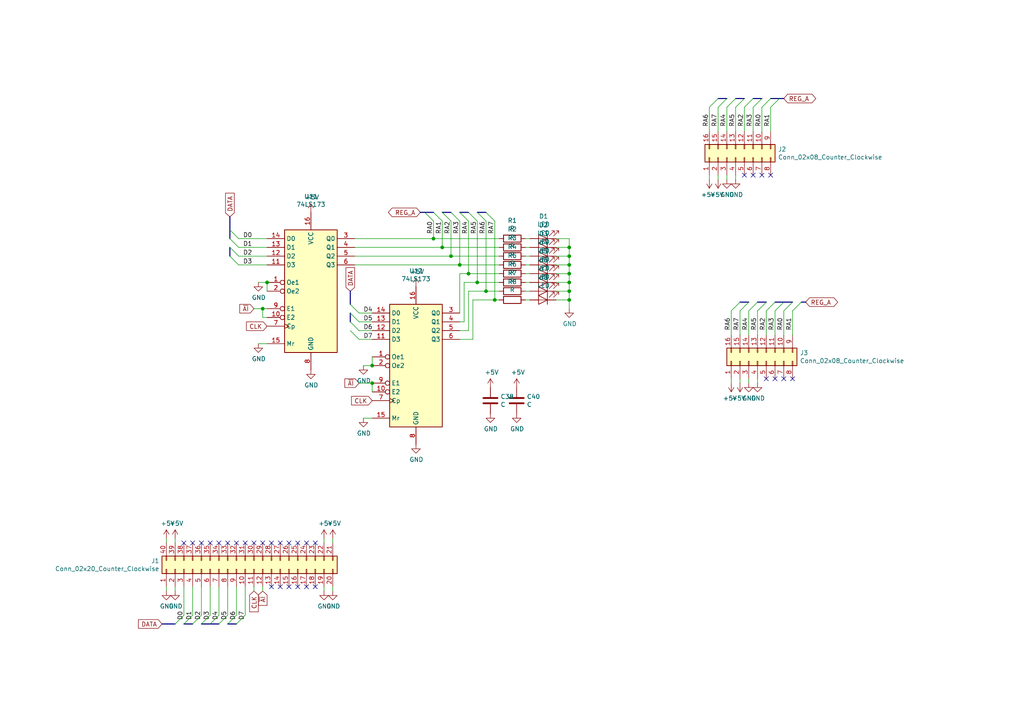
<source format=kicad_sch>
(kicad_sch (version 20200618) (host eeschema "(5.99.0-2101-geb1ff80d5)")
  (page 1 1)
  (paper "A4")
  (title_block (title "REGISTER A") (date "2020-10-10") (rev "1") (company "Wilhelm-Maybach-Schule Heilbronn") (comment 1 "Leon Hellmich"))
  (lib_symbols
    (symbol "74xx:74LS173"
      (property "Reference" "U" (at -7.62 19.05 0))
      (property "Value" "74LS173" (at -7.62 -19.05 0))
      (symbol "74LS173_1_1"
        (rectangle (start -7.62 17.78) (end 7.62 -17.78) (stroke (width 0.254)) (fill (type background)))
      )
      (symbol "74LS173_1_0"
        (pin input inverted (at -12.7 2.54 0) (length 5.08) (name "Oe1") (number "1"))
        (pin input inverted (at -12.7 -7.62 0) (length 5.08) (name "E2") (number "10"))
        (pin input line (at -12.7 7.62 0) (length 5.08) (name "D3") (number "11"))
        (pin input line (at -12.7 10.16 0) (length 5.08) (name "D2") (number "12"))
        (pin input line (at -12.7 12.7 0) (length 5.08) (name "D1") (number "13"))
        (pin input line (at -12.7 15.24 0) (length 5.08) (name "D0") (number "14"))
        (pin input line (at -12.7 -15.24 0) (length 5.08) (name "Mr") (number "15"))
        (pin power_in line (at 0 22.86 270) (length 5.08) (name "VCC") (number "16"))
        (pin input inverted (at -12.7 0 0) (length 5.08) (name "Oe2") (number "2"))
        (pin tri_state line (at 12.7 15.24 180) (length 5.08) (name "Q0") (number "3"))
        (pin tri_state line (at 12.7 12.7 180) (length 5.08) (name "Q1") (number "4"))
        (pin tri_state line (at 12.7 10.16 180) (length 5.08) (name "Q2") (number "5"))
        (pin tri_state line (at 12.7 7.62 180) (length 5.08) (name "Q3") (number "6"))
        (pin input clock (at -12.7 -10.16 0) (length 5.08) (name "Cp") (number "7"))
        (pin power_in line (at 0 -22.86 90) (length 5.08) (name "GND") (number "8"))
        (pin input inverted (at -12.7 -5.08 0) (length 5.08) (name "E1") (number "9"))
      )
    )
    (symbol "Connector_Generic:Conn_02x08_Counter_Clockwise" (pin_names hide)
      (property "Reference" "J" (at 1.27 10.16 0))
      (property "Value" "Conn_02x08_Counter_Clockwise" (at 1.27 -12.7 0))
      (symbol "Conn_02x08_Counter_Clockwise_1_1"
        (rectangle (start -1.27 -4.953) (end 0 -5.207) (stroke (width 0.1524)))
        (rectangle (start -1.27 -7.493) (end 0 -7.747) (stroke (width 0.1524)))
        (rectangle (start -1.27 -10.033) (end 0 -10.287) (stroke (width 0.1524)))
        (rectangle (start -1.27 -2.413) (end 0 -2.667) (stroke (width 0.1524)))
        (rectangle (start -1.27 2.667) (end 0 2.413) (stroke (width 0.1524)))
        (rectangle (start -1.27 5.207) (end 0 4.953) (stroke (width 0.1524)))
        (rectangle (start -1.27 7.747) (end 0 7.493) (stroke (width 0.1524)))
        (rectangle (start -1.27 8.89) (end 3.81 -11.43) (stroke (width 0.254)) (fill (type background)))
        (rectangle (start -1.27 0.127) (end 0 -0.127) (stroke (width 0.1524)))
        (rectangle (start 3.81 -4.953) (end 2.54 -5.207) (stroke (width 0.1524)))
        (rectangle (start 3.81 -7.493) (end 2.54 -7.747) (stroke (width 0.1524)))
        (rectangle (start 3.81 -10.033) (end 2.54 -10.287) (stroke (width 0.1524)))
        (rectangle (start 3.81 -2.413) (end 2.54 -2.667) (stroke (width 0.1524)))
        (rectangle (start 3.81 2.667) (end 2.54 2.413) (stroke (width 0.1524)))
        (rectangle (start 3.81 5.207) (end 2.54 4.953) (stroke (width 0.1524)))
        (rectangle (start 3.81 7.747) (end 2.54 7.493) (stroke (width 0.1524)))
        (rectangle (start 3.81 0.127) (end 2.54 -0.127) (stroke (width 0.1524)))
        (pin passive line (at -5.08 7.62 0) (length 3.81) (name "Pin_1") (number "1"))
        (pin passive line (at 7.62 -7.62 180) (length 3.81) (name "Pin_10") (number "10"))
        (pin passive line (at 7.62 -5.08 180) (length 3.81) (name "Pin_11") (number "11"))
        (pin passive line (at 7.62 -2.54 180) (length 3.81) (name "Pin_12") (number "12"))
        (pin passive line (at 7.62 0 180) (length 3.81) (name "Pin_13") (number "13"))
        (pin passive line (at 7.62 2.54 180) (length 3.81) (name "Pin_14") (number "14"))
        (pin passive line (at 7.62 5.08 180) (length 3.81) (name "Pin_15") (number "15"))
        (pin passive line (at 7.62 7.62 180) (length 3.81) (name "Pin_16") (number "16"))
        (pin passive line (at -5.08 5.08 0) (length 3.81) (name "Pin_2") (number "2"))
        (pin passive line (at -5.08 2.54 0) (length 3.81) (name "Pin_3") (number "3"))
        (pin passive line (at -5.08 0 0) (length 3.81) (name "Pin_4") (number "4"))
        (pin passive line (at -5.08 -2.54 0) (length 3.81) (name "Pin_5") (number "5"))
        (pin passive line (at -5.08 -5.08 0) (length 3.81) (name "Pin_6") (number "6"))
        (pin passive line (at -5.08 -7.62 0) (length 3.81) (name "Pin_7") (number "7"))
        (pin passive line (at -5.08 -10.16 0) (length 3.81) (name "Pin_8") (number "8"))
        (pin passive line (at 7.62 -10.16 180) (length 3.81) (name "Pin_9") (number "9"))
      )
    )
    (symbol "Connector_Generic:Conn_02x20_Counter_Clockwise" (pin_names hide)
      (property "Reference" "J" (at 1.27 25.4 0))
      (property "Value" "Conn_02x20_Counter_Clockwise" (at 1.27 -27.94 0))
      (symbol "Conn_02x20_Counter_Clockwise_1_1"
        (rectangle (start -1.27 -4.953) (end 0 -5.207) (stroke (width 0.1524)))
        (rectangle (start -1.27 -7.493) (end 0 -7.747) (stroke (width 0.1524)))
        (rectangle (start -1.27 -10.033) (end 0 -10.287) (stroke (width 0.1524)))
        (rectangle (start -1.27 -12.573) (end 0 -12.827) (stroke (width 0.1524)))
        (rectangle (start -1.27 -15.113) (end 0 -15.367) (stroke (width 0.1524)))
        (rectangle (start -1.27 -17.653) (end 0 -17.907) (stroke (width 0.1524)))
        (rectangle (start -1.27 -20.193) (end 0 -20.447) (stroke (width 0.1524)))
        (rectangle (start -1.27 -22.733) (end 0 -22.987) (stroke (width 0.1524)))
        (rectangle (start -1.27 -2.413) (end 0 -2.667) (stroke (width 0.1524)))
        (rectangle (start -1.27 -25.273) (end 0 -25.527) (stroke (width 0.1524)))
        (rectangle (start -1.27 2.667) (end 0 2.413) (stroke (width 0.1524)))
        (rectangle (start -1.27 5.207) (end 0 4.953) (stroke (width 0.1524)))
        (rectangle (start -1.27 7.747) (end 0 7.493) (stroke (width 0.1524)))
        (rectangle (start -1.27 10.287) (end 0 10.033) (stroke (width 0.1524)))
        (rectangle (start -1.27 0.127) (end 0 -0.127) (stroke (width 0.1524)))
        (rectangle (start -1.27 12.827) (end 0 12.573) (stroke (width 0.1524)))
        (rectangle (start -1.27 15.367) (end 0 15.113) (stroke (width 0.1524)))
        (rectangle (start -1.27 17.907) (end 0 17.653) (stroke (width 0.1524)))
        (rectangle (start -1.27 20.447) (end 0 20.193) (stroke (width 0.1524)))
        (rectangle (start -1.27 22.987) (end 0 22.733) (stroke (width 0.1524)))
        (rectangle (start -1.27 24.13) (end 3.81 -26.67) (stroke (width 0.254)) (fill (type background)))
        (rectangle (start 3.81 -4.953) (end 2.54 -5.207) (stroke (width 0.1524)))
        (rectangle (start 3.81 -7.493) (end 2.54 -7.747) (stroke (width 0.1524)))
        (rectangle (start 3.81 -10.033) (end 2.54 -10.287) (stroke (width 0.1524)))
        (rectangle (start 3.81 -12.573) (end 2.54 -12.827) (stroke (width 0.1524)))
        (rectangle (start 3.81 -15.113) (end 2.54 -15.367) (stroke (width 0.1524)))
        (rectangle (start 3.81 -17.653) (end 2.54 -17.907) (stroke (width 0.1524)))
        (rectangle (start 3.81 -20.193) (end 2.54 -20.447) (stroke (width 0.1524)))
        (rectangle (start 3.81 -22.733) (end 2.54 -22.987) (stroke (width 0.1524)))
        (rectangle (start 3.81 -2.413) (end 2.54 -2.667) (stroke (width 0.1524)))
        (rectangle (start 3.81 -25.273) (end 2.54 -25.527) (stroke (width 0.1524)))
        (rectangle (start 3.81 2.667) (end 2.54 2.413) (stroke (width 0.1524)))
        (rectangle (start 3.81 5.207) (end 2.54 4.953) (stroke (width 0.1524)))
        (rectangle (start 3.81 7.747) (end 2.54 7.493) (stroke (width 0.1524)))
        (rectangle (start 3.81 10.287) (end 2.54 10.033) (stroke (width 0.1524)))
        (rectangle (start 3.81 0.127) (end 2.54 -0.127) (stroke (width 0.1524)))
        (rectangle (start 3.81 12.827) (end 2.54 12.573) (stroke (width 0.1524)))
        (rectangle (start 3.81 15.367) (end 2.54 15.113) (stroke (width 0.1524)))
        (rectangle (start 3.81 17.907) (end 2.54 17.653) (stroke (width 0.1524)))
        (rectangle (start 3.81 20.447) (end 2.54 20.193) (stroke (width 0.1524)))
        (rectangle (start 3.81 22.987) (end 2.54 22.733) (stroke (width 0.1524)))
        (pin passive line (at -5.08 22.86 0) (length 3.81) (name "Pin_1") (number "1"))
        (pin passive line (at -5.08 0 0) (length 3.81) (name "Pin_10") (number "10"))
        (pin passive line (at -5.08 -2.54 0) (length 3.81) (name "Pin_11") (number "11"))
        (pin passive line (at -5.08 -5.08 0) (length 3.81) (name "Pin_12") (number "12"))
        (pin passive line (at -5.08 -7.62 0) (length 3.81) (name "Pin_13") (number "13"))
        (pin passive line (at -5.08 -10.16 0) (length 3.81) (name "Pin_14") (number "14"))
        (pin passive line (at -5.08 -12.7 0) (length 3.81) (name "Pin_15") (number "15"))
        (pin passive line (at -5.08 -15.24 0) (length 3.81) (name "Pin_16") (number "16"))
        (pin passive line (at -5.08 -17.78 0) (length 3.81) (name "Pin_17") (number "17"))
        (pin passive line (at -5.08 -20.32 0) (length 3.81) (name "Pin_18") (number "18"))
        (pin passive line (at -5.08 -22.86 0) (length 3.81) (name "Pin_19") (number "19"))
        (pin passive line (at -5.08 20.32 0) (length 3.81) (name "Pin_2") (number "2"))
        (pin passive line (at -5.08 -25.4 0) (length 3.81) (name "Pin_20") (number "20"))
        (pin passive line (at 7.62 -25.4 180) (length 3.81) (name "Pin_21") (number "21"))
        (pin passive line (at 7.62 -22.86 180) (length 3.81) (name "Pin_22") (number "22"))
        (pin passive line (at 7.62 -20.32 180) (length 3.81) (name "Pin_23") (number "23"))
        (pin passive line (at 7.62 -17.78 180) (length 3.81) (name "Pin_24") (number "24"))
        (pin passive line (at 7.62 -15.24 180) (length 3.81) (name "Pin_25") (number "25"))
        (pin passive line (at 7.62 -12.7 180) (length 3.81) (name "Pin_26") (number "26"))
        (pin passive line (at 7.62 -10.16 180) (length 3.81) (name "Pin_27") (number "27"))
        (pin passive line (at 7.62 -7.62 180) (length 3.81) (name "Pin_28") (number "28"))
        (pin passive line (at 7.62 -5.08 180) (length 3.81) (name "Pin_29") (number "29"))
        (pin passive line (at -5.08 17.78 0) (length 3.81) (name "Pin_3") (number "3"))
        (pin passive line (at 7.62 -2.54 180) (length 3.81) (name "Pin_30") (number "30"))
        (pin passive line (at 7.62 0 180) (length 3.81) (name "Pin_31") (number "31"))
        (pin passive line (at 7.62 2.54 180) (length 3.81) (name "Pin_32") (number "32"))
        (pin passive line (at 7.62 5.08 180) (length 3.81) (name "Pin_33") (number "33"))
        (pin passive line (at 7.62 7.62 180) (length 3.81) (name "Pin_34") (number "34"))
        (pin passive line (at 7.62 10.16 180) (length 3.81) (name "Pin_35") (number "35"))
        (pin passive line (at 7.62 12.7 180) (length 3.81) (name "Pin_36") (number "36"))
        (pin passive line (at 7.62 15.24 180) (length 3.81) (name "Pin_37") (number "37"))
        (pin passive line (at 7.62 17.78 180) (length 3.81) (name "Pin_38") (number "38"))
        (pin passive line (at 7.62 20.32 180) (length 3.81) (name "Pin_39") (number "39"))
        (pin passive line (at -5.08 15.24 0) (length 3.81) (name "Pin_4") (number "4"))
        (pin passive line (at 7.62 22.86 180) (length 3.81) (name "Pin_40") (number "40"))
        (pin passive line (at -5.08 12.7 0) (length 3.81) (name "Pin_5") (number "5"))
        (pin passive line (at -5.08 10.16 0) (length 3.81) (name "Pin_6") (number "6"))
        (pin passive line (at -5.08 7.62 0) (length 3.81) (name "Pin_7") (number "7"))
        (pin passive line (at -5.08 5.08 0) (length 3.81) (name "Pin_8") (number "8"))
        (pin passive line (at -5.08 2.54 0) (length 3.81) (name "Pin_9") (number "9"))
      )
    )
    (symbol "Device:C" (pin_numbers hide) (pin_names (offset 0.254))
      (property "Reference" "C" (at 0.635 2.54 0))
      (property "Value" "C" (at 0.635 -2.54 0))
      (symbol "C_0_1"
        (polyline (pts (xy -2.032 -0.762) (xy 2.032 -0.762)) (stroke (width 0.508)))
        (polyline (pts (xy -2.032 0.762) (xy 2.032 0.762)) (stroke (width 0.508)))
      )
      (symbol "C_1_1"
        (pin passive line (at 0 3.81 270) (length 2.794) (name "~") (number "1"))
        (pin passive line (at 0 -3.81 90) (length 2.794) (name "~") (number "2"))
      )
    )
    (symbol "Device:LED" (pin_numbers hide) (pin_names hide)
      (property "Reference" "D" (at 0 2.54 0))
      (property "Value" "LED" (at 0 -2.54 0))
      (symbol "LED_0_1"
        (polyline (pts (xy -1.27 -1.27) (xy -1.27 1.27)) (stroke (width 0.2032)))
        (polyline (pts (xy -1.27 0) (xy 1.27 0)))
        (polyline (pts (xy 1.27 -1.27) (xy 1.27 1.27) (xy -1.27 0) (xy 1.27 -1.27)) (stroke (width 0.2032)))
        (polyline (pts (xy -3.048 -0.762) (xy -4.572 -2.286) (xy -3.81 -2.286) (xy -4.572 -2.286) (xy -4.572 -1.524)))
        (polyline (pts (xy -1.778 -0.762) (xy -3.302 -2.286) (xy -2.54 -2.286) (xy -3.302 -2.286) (xy -3.302 -1.524)))
      )
      (symbol "LED_1_1"
        (pin passive line (at -3.81 0 0) (length 2.54) (name "K") (number "1"))
        (pin passive line (at 3.81 0 180) (length 2.54) (name "A") (number "2"))
      )
    )
    (symbol "Device:R" (pin_numbers hide) (pin_names (offset 0))
      (property "Reference" "R" (at 2.032 0 90))
      (property "Value" "R" (at 0 0 90))
      (symbol "R_0_1"
        (rectangle (start -1.016 -2.54) (end 1.016 2.54) (stroke (width 0.254)))
      )
      (symbol "R_1_1"
        (pin passive line (at 0 3.81 270) (length 1.27) (name "~") (number "1"))
        (pin passive line (at 0 -3.81 90) (length 1.27) (name "~") (number "2"))
      )
    )
    (symbol "power:+5V" (power) (pin_names (offset 0))
      (property "Value" "+5V" (at 0 3.556 0))
      (symbol "+5V_0_1"
        (polyline (pts (xy -0.762 1.27) (xy 0 2.54)))
        (polyline (pts (xy 0 0) (xy 0 2.54)))
        (polyline (pts (xy 0 2.54) (xy 0.762 1.27)))
      )
      (symbol "+5V_1_1"
        (pin power_in line (at 0 0 90) (length 0) hide (name "+5V") (number "1"))
      )
    )
    (symbol "power:GND" (power) (pin_names (offset 0))
      (property "Value" "GND" (at 0 -3.81 0))
      (symbol "GND_0_1"
        (polyline (pts (xy 0 0) (xy 0 -1.27) (xy 1.27 -1.27) (xy 0 -2.54) (xy -1.27 -1.27) (xy 0 -1.27)))
      )
      (symbol "GND_1_1"
        (pin power_in line (at 0 0 270) (length 0) hide (name "GND") (number "1"))
      )
    )
  )
  (junction (at 76.2 89.535))
  (junction (at 77.47 81.915))
  (junction (at 107.95 106.045))
  (junction (at 107.95 111.125))
  (junction (at 125.73 69.215))
  (junction (at 128.27 71.755))
  (junction (at 130.81 74.295))
  (junction (at 133.35 76.835))
  (junction (at 135.89 79.375))
  (junction (at 138.43 81.915))
  (junction (at 140.97 84.455))
  (junction (at 143.51 86.995))
  (junction (at 165.1 71.755))
  (junction (at 165.1 74.295))
  (junction (at 165.1 76.835))
  (junction (at 165.1 79.375))
  (junction (at 165.1 81.915))
  (junction (at 165.1 84.455))
  (junction (at 165.1 86.995))
  (no_connect (at 78.74 157.48))
  (no_connect (at 91.44 157.48))
  (no_connect (at 66.04 157.48))
  (no_connect (at 76.2 157.48))
  (no_connect (at 68.58 157.48))
  (no_connect (at 229.87 109.855))
  (no_connect (at 81.28 170.18))
  (no_connect (at 71.12 157.48))
  (no_connect (at 63.5 157.48))
  (no_connect (at 215.9 50.8))
  (no_connect (at 227.33 109.855))
  (no_connect (at 55.88 157.48))
  (no_connect (at 83.82 157.48))
  (no_connect (at 223.52 50.8))
  (no_connect (at 83.82 170.18))
  (no_connect (at 91.44 170.18))
  (no_connect (at 78.74 170.18))
  (no_connect (at 73.66 157.48))
  (no_connect (at 88.9 157.48))
  (no_connect (at 81.28 157.48))
  (no_connect (at 224.79 109.855))
  (no_connect (at 88.9 170.18))
  (no_connect (at 218.44 50.8))
  (no_connect (at 53.34 157.48))
  (no_connect (at 60.96 157.48))
  (no_connect (at 86.36 170.18))
  (no_connect (at 86.36 157.48))
  (no_connect (at 220.98 50.8))
  (no_connect (at 58.42 157.48))
  (no_connect (at 222.25 109.855))
  (bus_entry (at 50.8 180.975) (size 2.54 -2.54) (stroke (width 0.1524)))
  (bus_entry (at 53.34 180.975) (size 2.54 -2.54) (stroke (width 0.1524)))
  (bus_entry (at 55.88 180.975) (size 2.54 -2.54) (stroke (width 0.1524)))
  (bus_entry (at 58.42 180.975) (size 2.54 -2.54) (stroke (width 0.1524)))
  (bus_entry (at 60.96 180.975) (size 2.54 -2.54) (stroke (width 0.1524)))
  (bus_entry (at 63.5 180.975) (size 2.54 -2.54) (stroke (width 0.1524)))
  (bus_entry (at 66.04 180.975) (size 2.54 -2.54) (stroke (width 0.1524)))
  (bus_entry (at 66.675 66.675) (size 2.54 2.54) (stroke (width 0.1524)))
  (bus_entry (at 66.675 69.215) (size 2.54 2.54) (stroke (width 0.1524)))
  (bus_entry (at 66.675 71.755) (size 2.54 2.54) (stroke (width 0.1524)))
  (bus_entry (at 66.675 74.295) (size 2.54 2.54) (stroke (width 0.1524)))
  (bus_entry (at 68.58 180.975) (size 2.54 -2.54) (stroke (width 0.1524)))
  (bus_entry (at 101.6 88.265) (size 2.54 2.54) (stroke (width 0.1524)))
  (bus_entry (at 101.6 90.805) (size 2.54 2.54) (stroke (width 0.1524)))
  (bus_entry (at 101.6 93.345) (size 2.54 2.54) (stroke (width 0.1524)))
  (bus_entry (at 101.6 95.885) (size 2.54 2.54) (stroke (width 0.1524)))
  (bus_entry (at 123.19 61.595) (size 2.54 2.54) (stroke (width 0.1524)))
  (bus_entry (at 125.73 61.595) (size 2.54 2.54) (stroke (width 0.1524)))
  (bus_entry (at 128.27 61.595) (size 2.54 2.54) (stroke (width 0.1524)))
  (bus_entry (at 130.81 61.595) (size 2.54 2.54) (stroke (width 0.1524)))
  (bus_entry (at 133.35 61.595) (size 2.54 2.54) (stroke (width 0.1524)))
  (bus_entry (at 135.89 61.595) (size 2.54 2.54) (stroke (width 0.1524)))
  (bus_entry (at 138.43 61.595) (size 2.54 2.54) (stroke (width 0.1524)))
  (bus_entry (at 140.97 61.595) (size 2.54 2.54) (stroke (width 0.1524)))
  (bus_entry (at 208.28 28.575) (size -2.54 2.54) (stroke (width 0.1524)))
  (bus_entry (at 210.82 28.575) (size -2.54 2.54) (stroke (width 0.1524)))
  (bus_entry (at 213.36 28.575) (size -2.54 2.54) (stroke (width 0.1524)))
  (bus_entry (at 214.63 87.63) (size -2.54 2.54) (stroke (width 0.1524)))
  (bus_entry (at 215.9 28.575) (size -2.54 2.54) (stroke (width 0.1524)))
  (bus_entry (at 217.17 87.63) (size -2.54 2.54) (stroke (width 0.1524)))
  (bus_entry (at 218.44 28.575) (size -2.54 2.54) (stroke (width 0.1524)))
  (bus_entry (at 219.71 87.63) (size -2.54 2.54) (stroke (width 0.1524)))
  (bus_entry (at 220.98 28.575) (size -2.54 2.54) (stroke (width 0.1524)))
  (bus_entry (at 222.25 87.63) (size -2.54 2.54) (stroke (width 0.1524)))
  (bus_entry (at 223.52 28.575) (size -2.54 2.54) (stroke (width 0.1524)))
  (bus_entry (at 224.79 87.63) (size -2.54 2.54) (stroke (width 0.1524)))
  (bus_entry (at 226.06 28.575) (size -2.54 2.54) (stroke (width 0.1524)))
  (bus_entry (at 227.33 87.63) (size -2.54 2.54) (stroke (width 0.1524)))
  (bus_entry (at 229.87 87.63) (size -2.54 2.54) (stroke (width 0.1524)))
  (bus_entry (at 232.41 87.63) (size -2.54 2.54) (stroke (width 0.1524)))
  (wire (pts (xy 48.26 156.21) (xy 48.26 157.48)))
  (wire (pts (xy 48.26 170.18) (xy 48.26 171.45)))
  (wire (pts (xy 50.8 156.21) (xy 50.8 157.48)))
  (wire (pts (xy 50.8 170.18) (xy 50.8 171.45)))
  (wire (pts (xy 53.34 170.18) (xy 53.34 178.435)))
  (wire (pts (xy 55.88 170.18) (xy 55.88 178.435)))
  (wire (pts (xy 58.42 170.18) (xy 58.42 178.435)))
  (wire (pts (xy 60.96 170.18) (xy 60.96 178.435)))
  (wire (pts (xy 63.5 170.18) (xy 63.5 178.435)))
  (wire (pts (xy 66.04 170.18) (xy 66.04 178.435)))
  (wire (pts (xy 68.58 170.18) (xy 68.58 178.435)))
  (wire (pts (xy 71.12 170.18) (xy 71.12 178.435)))
  (wire (pts (xy 73.66 170.18) (xy 73.66 171.45)))
  (wire (pts (xy 76.2 89.535) (xy 73.66 89.535)))
  (wire (pts (xy 76.2 89.535) (xy 76.2 92.075)))
  (wire (pts (xy 76.2 92.075) (xy 77.47 92.075)))
  (wire (pts (xy 76.2 170.18) (xy 76.2 171.45)))
  (wire (pts (xy 77.47 69.215) (xy 69.215 69.215)))
  (wire (pts (xy 77.47 71.755) (xy 69.215 71.755)))
  (wire (pts (xy 77.47 74.295) (xy 69.215 74.295)))
  (wire (pts (xy 77.47 76.835) (xy 69.215 76.835)))
  (wire (pts (xy 77.47 81.915) (xy 74.93 81.915)))
  (wire (pts (xy 77.47 81.915) (xy 77.47 84.455)))
  (wire (pts (xy 77.47 89.535) (xy 76.2 89.535)))
  (wire (pts (xy 77.47 99.695) (xy 74.93 99.695)))
  (wire (pts (xy 93.98 156.21) (xy 93.98 157.48)))
  (wire (pts (xy 93.98 170.18) (xy 93.98 171.45)))
  (wire (pts (xy 96.52 156.21) (xy 96.52 157.48)))
  (wire (pts (xy 96.52 170.18) (xy 96.52 171.45)))
  (wire (pts (xy 102.87 69.215) (xy 125.73 69.215)))
  (wire (pts (xy 102.87 71.755) (xy 128.27 71.755)))
  (wire (pts (xy 102.87 74.295) (xy 130.81 74.295)))
  (wire (pts (xy 102.87 76.835) (xy 133.35 76.835)))
  (wire (pts (xy 104.14 90.805) (xy 107.95 90.805)))
  (wire (pts (xy 104.14 95.885) (xy 107.95 95.885)))
  (wire (pts (xy 104.14 98.425) (xy 107.95 98.425)))
  (wire (pts (xy 105.41 106.045) (xy 107.95 106.045)))
  (wire (pts (xy 107.95 93.345) (xy 104.14 93.345)))
  (wire (pts (xy 107.95 106.045) (xy 107.95 103.505)))
  (wire (pts (xy 107.95 111.125) (xy 104.14 111.125)))
  (wire (pts (xy 107.95 113.665) (xy 107.95 111.125)))
  (wire (pts (xy 107.95 121.285) (xy 105.41 121.285)))
  (wire (pts (xy 125.73 64.135) (xy 125.73 69.215)))
  (wire (pts (xy 125.73 69.215) (xy 144.78 69.215)))
  (wire (pts (xy 128.27 64.135) (xy 128.27 71.755)))
  (wire (pts (xy 128.27 71.755) (xy 144.78 71.755)))
  (wire (pts (xy 130.81 64.135) (xy 130.81 74.295)))
  (wire (pts (xy 130.81 74.295) (xy 144.78 74.295)))
  (wire (pts (xy 133.35 64.135) (xy 133.35 76.835)))
  (wire (pts (xy 133.35 76.835) (xy 144.78 76.835)))
  (wire (pts (xy 133.35 79.375) (xy 135.89 79.375)))
  (wire (pts (xy 133.35 90.805) (xy 133.35 79.375)))
  (wire (pts (xy 133.35 93.345) (xy 134.62 93.345)))
  (wire (pts (xy 133.35 95.885) (xy 135.89 95.885)))
  (wire (pts (xy 133.35 98.425) (xy 137.16 98.425)))
  (wire (pts (xy 134.62 81.915) (xy 138.43 81.915)))
  (wire (pts (xy 134.62 93.345) (xy 134.62 81.915)))
  (wire (pts (xy 135.89 64.135) (xy 135.89 79.375)))
  (wire (pts (xy 135.89 79.375) (xy 144.78 79.375)))
  (wire (pts (xy 135.89 84.455) (xy 140.97 84.455)))
  (wire (pts (xy 135.89 95.885) (xy 135.89 84.455)))
  (wire (pts (xy 137.16 86.995) (xy 143.51 86.995)))
  (wire (pts (xy 137.16 98.425) (xy 137.16 86.995)))
  (wire (pts (xy 138.43 64.135) (xy 138.43 81.915)))
  (wire (pts (xy 138.43 81.915) (xy 144.78 81.915)))
  (wire (pts (xy 140.97 64.135) (xy 140.97 84.455)))
  (wire (pts (xy 140.97 84.455) (xy 144.78 84.455)))
  (wire (pts (xy 143.51 64.135) (xy 143.51 86.995)))
  (wire (pts (xy 143.51 86.995) (xy 144.78 86.995)))
  (wire (pts (xy 152.4 69.215) (xy 153.67 69.215)))
  (wire (pts (xy 152.4 74.295) (xy 153.67 74.295)))
  (wire (pts (xy 152.4 79.375) (xy 153.67 79.375)))
  (wire (pts (xy 152.4 84.455) (xy 153.67 84.455)))
  (wire (pts (xy 153.67 71.755) (xy 152.4 71.755)))
  (wire (pts (xy 153.67 76.835) (xy 152.4 76.835)))
  (wire (pts (xy 153.67 81.915) (xy 152.4 81.915)))
  (wire (pts (xy 153.67 86.995) (xy 152.4 86.995)))
  (wire (pts (xy 161.29 69.215) (xy 165.1 69.215)))
  (wire (pts (xy 161.29 71.755) (xy 165.1 71.755)))
  (wire (pts (xy 161.29 74.295) (xy 165.1 74.295)))
  (wire (pts (xy 161.29 76.835) (xy 165.1 76.835)))
  (wire (pts (xy 161.29 79.375) (xy 165.1 79.375)))
  (wire (pts (xy 161.29 81.915) (xy 165.1 81.915)))
  (wire (pts (xy 161.29 84.455) (xy 165.1 84.455)))
  (wire (pts (xy 161.29 86.995) (xy 165.1 86.995)))
  (wire (pts (xy 165.1 69.215) (xy 165.1 71.755)))
  (wire (pts (xy 165.1 71.755) (xy 165.1 74.295)))
  (wire (pts (xy 165.1 74.295) (xy 165.1 76.835)))
  (wire (pts (xy 165.1 76.835) (xy 165.1 79.375)))
  (wire (pts (xy 165.1 79.375) (xy 165.1 81.915)))
  (wire (pts (xy 165.1 81.915) (xy 165.1 84.455)))
  (wire (pts (xy 165.1 84.455) (xy 165.1 86.995)))
  (wire (pts (xy 165.1 86.995) (xy 165.1 89.535)))
  (wire (pts (xy 205.74 31.115) (xy 205.74 38.1)))
  (wire (pts (xy 205.74 50.8) (xy 205.74 52.07)))
  (wire (pts (xy 208.28 31.115) (xy 208.28 38.1)))
  (wire (pts (xy 208.28 50.8) (xy 208.28 52.07)))
  (wire (pts (xy 210.82 31.115) (xy 210.82 38.1)))
  (wire (pts (xy 210.82 50.8) (xy 210.82 52.07)))
  (wire (pts (xy 212.09 90.17) (xy 212.09 97.155)))
  (wire (pts (xy 212.09 109.855) (xy 212.09 111.125)))
  (wire (pts (xy 213.36 31.115) (xy 213.36 38.1)))
  (wire (pts (xy 213.36 50.8) (xy 213.36 52.07)))
  (wire (pts (xy 214.63 90.17) (xy 214.63 97.155)))
  (wire (pts (xy 214.63 109.855) (xy 214.63 111.125)))
  (wire (pts (xy 215.9 31.115) (xy 215.9 38.1)))
  (wire (pts (xy 217.17 90.17) (xy 217.17 97.155)))
  (wire (pts (xy 217.17 109.855) (xy 217.17 111.125)))
  (wire (pts (xy 218.44 31.115) (xy 218.44 38.1)))
  (wire (pts (xy 219.71 90.17) (xy 219.71 97.155)))
  (wire (pts (xy 219.71 109.855) (xy 219.71 111.125)))
  (wire (pts (xy 220.98 31.115) (xy 220.98 38.1)))
  (wire (pts (xy 222.25 90.17) (xy 222.25 97.155)))
  (wire (pts (xy 223.52 31.115) (xy 223.52 38.1)))
  (wire (pts (xy 224.79 90.17) (xy 224.79 97.155)))
  (wire (pts (xy 227.33 90.17) (xy 227.33 97.155)))
  (wire (pts (xy 229.87 90.17) (xy 229.87 97.155)))
  (bus (pts (xy 46.99 180.975) (xy 53.34 180.975)))
  (bus (pts (xy 53.34 180.975) (xy 58.42 180.975)))
  (bus (pts (xy 58.42 180.975) (xy 60.96 180.975)))
  (bus (pts (xy 60.96 180.975) (xy 66.04 180.975)))
  (bus (pts (xy 66.04 180.975) (xy 68.58 180.975)))
  (bus (pts (xy 66.675 62.865) (xy 66.675 66.675)))
  (bus (pts (xy 66.675 66.675) (xy 66.675 71.755)))
  (bus (pts (xy 66.675 71.755) (xy 66.675 74.295)))
  (bus (pts (xy 101.6 84.455) (xy 101.6 90.805)))
  (bus (pts (xy 101.6 90.805) (xy 101.6 95.885)))
  (bus (pts (xy 121.92 61.595) (xy 124.46 61.595)))
  (bus (pts (xy 123.19 61.595) (xy 128.27 61.595)))
  (bus (pts (xy 128.27 61.595) (xy 133.35 61.595)))
  (bus (pts (xy 133.35 61.595) (xy 138.43 61.595)))
  (bus (pts (xy 138.43 61.595) (xy 140.97 61.595)))
  (bus (pts (xy 208.28 28.575) (xy 213.36 28.575)))
  (bus (pts (xy 213.36 28.575) (xy 218.44 28.575)))
  (bus (pts (xy 214.63 87.63) (xy 219.71 87.63)))
  (bus (pts (xy 218.44 28.575) (xy 223.52 28.575)))
  (bus (pts (xy 219.71 87.63) (xy 224.79 87.63)))
  (bus (pts (xy 223.52 28.575) (xy 226.06 28.575)))
  (bus (pts (xy 224.79 87.63) (xy 227.33 87.63)))
  (bus (pts (xy 226.06 28.575) (xy 227.33 28.575)))
  (bus (pts (xy 227.33 87.63) (xy 232.41 87.63)))
  (bus (pts (xy 232.41 87.63) (xy 233.68 87.63)))
  (label "D0" (at 53.34 177.165 270))
  (label "D1" (at 55.88 177.165 270))
  (label "D2" (at 58.42 177.165 270))
  (label "D3" (at 60.96 177.165 270))
  (label "D4" (at 63.5 177.165 270))
  (label "D5" (at 66.04 177.165 270))
  (label "D6" (at 68.58 177.165 270))
  (label "D0" (at 70.485 69.215 0))
  (label "D1" (at 70.485 71.755 0))
  (label "D2" (at 70.485 74.295 0))
  (label "D3" (at 70.485 76.835 0))
  (label "D7" (at 71.12 177.165 270))
  (label "D4" (at 105.41 90.805 0))
  (label "D5" (at 105.41 93.345 0))
  (label "D6" (at 105.41 95.885 0))
  (label "D7" (at 105.41 98.425 0))
  (label "RA0" (at 125.73 64.135 270))
  (label "RA1" (at 128.27 64.135 270))
  (label "RA2" (at 130.81 64.135 270))
  (label "RA3" (at 133.35 64.135 270))
  (label "RA4" (at 135.89 64.135 270))
  (label "RA5" (at 138.43 64.135 270))
  (label "RA6" (at 140.97 64.135 270))
  (label "RA7" (at 143.51 64.135 270))
  (label "RA6" (at 205.74 33.02 270))
  (label "RA7" (at 208.28 33.02 270))
  (label "RA4" (at 210.82 33.02 270))
  (label "RA6" (at 212.09 92.075 270))
  (label "RA5" (at 213.36 33.02 270))
  (label "RA7" (at 214.63 92.075 270))
  (label "RA2" (at 215.9 33.02 270))
  (label "RA4" (at 217.17 92.075 270))
  (label "RA3" (at 218.44 33.02 270))
  (label "RA5" (at 219.71 92.075 270))
  (label "RA0" (at 220.98 33.02 270))
  (label "RA2" (at 222.25 92.075 270))
  (label "RA1" (at 223.52 33.02 270))
  (label "RA3" (at 224.79 92.075 270))
  (label "RA0" (at 227.33 92.075 270))
  (label "RA1" (at 229.87 92.075 270))
  (global_label "DATA" (shape input) (at 46.99 180.975 180))
  (global_label "DATA" (shape input) (at 66.675 62.865 90))
  (global_label "~AI" (shape input) (at 73.66 89.535 180))
  (global_label "CLK" (shape input) (at 73.66 171.45 270))
  (global_label "~AI" (shape input) (at 76.2 171.45 270))
  (global_label "CLK" (shape input) (at 77.47 94.615 180))
  (global_label "DATA" (shape input) (at 101.6 84.455 90))
  (global_label "~AI" (shape input) (at 104.14 111.125 180))
  (global_label "CLK" (shape input) (at 107.95 116.205 180))
  (global_label "REG_A" (shape bidirectional) (at 121.92 61.595 180))
  (global_label "REG_A" (shape bidirectional) (at 227.33 28.575 0))
  (global_label "REG_A" (shape bidirectional) (at 233.68 87.63 0))
  (symbol (lib_id "power:+5V") (at 48.26 156.21 0) (unit 1)
    (property "Reference" "#PWR0107" (effects hide))
    (property "Value" "+5V" (at 48.641 151.8158 0))
  )
  (symbol (lib_id "power:+5V") (at 50.8 156.21 0) (unit 1)
    (property "Reference" "#PWR0108" (effects hide))
    (property "Value" "+5V" (at 51.181 151.8158 0))
  )
  (symbol (lib_id "power:+5V") (at 90.17 61.595 0) (unit 1)
    (property "Reference" "#PWR0120" (effects hide))
    (property "Value" "+5V" (at 90.551 57.2008 0))
  )
  (symbol (lib_id "power:+5V") (at 93.98 156.21 0) (unit 1)
    (property "Reference" "#PWR0102" (effects hide))
    (property "Value" "+5V" (at 94.361 151.8158 0))
  )
  (symbol (lib_id "power:+5V") (at 96.52 156.21 0) (unit 1)
    (property "Reference" "#PWR0101" (effects hide))
    (property "Value" "+5V" (at 96.901 151.8158 0))
  )
  (symbol (lib_id "power:+5V") (at 120.65 83.185 0) (unit 1)
    (property "Reference" "#PWR0121" (effects hide))
    (property "Value" "+5V" (at 121.031 78.7908 0))
  )
  (symbol (lib_id "power:+5V") (at 142.24 112.395 0) (unit 1)
    (property "Reference" "#PWR086" (effects hide))
    (property "Value" "+5V" (at 142.621 108.0008 0))
  )
  (symbol (lib_id "power:+5V") (at 149.86 112.395 0) (unit 1)
    (property "Reference" "#PWR090" (effects hide))
    (property "Value" "+5V" (at 150.241 108.0008 0))
  )
  (symbol (lib_id "power:+5V") (at 205.74 52.07 180) (unit 1)
    (property "Reference" "#PWR0113" (effects hide))
    (property "Value" "+5V" (at 205.359 56.4642 0))
  )
  (symbol (lib_id "power:+5V") (at 208.28 52.07 180) (unit 1)
    (property "Reference" "#PWR0114" (effects hide))
    (property "Value" "+5V" (at 207.899 56.4642 0))
  )
  (symbol (lib_id "power:+5V") (at 212.09 111.125 180) (unit 1)
    (property "Reference" "#PWR0109" (effects hide))
    (property "Value" "+5V" (at 211.709 115.5192 0))
  )
  (symbol (lib_id "power:+5V") (at 214.63 111.125 180) (unit 1)
    (property "Reference" "#PWR0110" (effects hide))
    (property "Value" "+5V" (at 214.249 115.5192 0))
  )
  (symbol (lib_id "power:GND") (at 48.26 171.45 0) (unit 1)
    (property "Reference" "#PWR0105" (effects hide))
    (property "Value" "GND" (at 48.387 175.8442 0))
  )
  (symbol (lib_id "power:GND") (at 50.8 171.45 0) (unit 1)
    (property "Reference" "#PWR0106" (effects hide))
    (property "Value" "GND" (at 50.927 175.8442 0))
  )
  (symbol (lib_id "power:GND") (at 74.93 81.915 0) (unit 1)
    (property "Reference" "#PWR0119" (effects hide))
    (property "Value" "GND" (at 75.057 86.3092 0))
  )
  (symbol (lib_id "power:GND") (at 74.93 99.695 0) (unit 1)
    (property "Reference" "#PWR0125" (effects hide))
    (property "Value" "GND" (at 75.057 104.0892 0))
  )
  (symbol (lib_id "power:GND") (at 90.17 107.315 0) (unit 1)
    (property "Reference" "#PWR0122" (effects hide))
    (property "Value" "GND" (at 90.297 111.7092 0))
  )
  (symbol (lib_id "power:GND") (at 93.98 171.45 0) (unit 1)
    (property "Reference" "#PWR0103" (effects hide))
    (property "Value" "GND" (at 94.107 175.8442 0))
  )
  (symbol (lib_id "power:GND") (at 96.52 171.45 0) (unit 1)
    (property "Reference" "#PWR0104" (effects hide))
    (property "Value" "GND" (at 96.647 175.8442 0))
  )
  (symbol (lib_id "power:GND") (at 105.41 106.045 0) (unit 1)
    (property "Reference" "#PWR0118" (effects hide))
    (property "Value" "GND" (at 105.537 110.4392 0))
  )
  (symbol (lib_id "power:GND") (at 105.41 121.285 0) (unit 1)
    (property "Reference" "#PWR0124" (effects hide))
    (property "Value" "GND" (at 105.537 125.6792 0))
  )
  (symbol (lib_id "power:GND") (at 120.65 128.905 0) (unit 1)
    (property "Reference" "#PWR0123" (effects hide))
    (property "Value" "GND" (at 120.777 133.2992 0))
  )
  (symbol (lib_id "power:GND") (at 142.24 120.015 0) (unit 1)
    (property "Reference" "#PWR087" (effects hide))
    (property "Value" "GND" (at 142.367 124.4092 0))
  )
  (symbol (lib_id "power:GND") (at 149.86 120.015 0) (unit 1)
    (property "Reference" "#PWR091" (effects hide))
    (property "Value" "GND" (at 149.987 124.4092 0))
  )
  (symbol (lib_id "power:GND") (at 165.1 89.535 0) (unit 1)
    (property "Reference" "#PWR0117" (effects hide))
    (property "Value" "GND" (at 165.227 93.9292 0))
  )
  (symbol (lib_id "power:GND") (at 210.82 52.07 0) (unit 1)
    (property "Reference" "#PWR0115" (effects hide))
    (property "Value" "GND" (at 210.947 56.4642 0))
  )
  (symbol (lib_id "power:GND") (at 213.36 52.07 0) (unit 1)
    (property "Reference" "#PWR0116" (effects hide))
    (property "Value" "GND" (at 213.487 56.4642 0))
  )
  (symbol (lib_id "power:GND") (at 217.17 111.125 0) (unit 1)
    (property "Reference" "#PWR0111" (effects hide))
    (property "Value" "GND" (at 217.297 115.5192 0))
  )
  (symbol (lib_id "power:GND") (at 219.71 111.125 0) (unit 1)
    (property "Reference" "#PWR0112" (effects hide))
    (property "Value" "GND" (at 219.837 115.5192 0))
  )
  (symbol (lib_id "Device:R") (at 148.59 69.215 270) (unit 1)
    (property "Reference" "R1" (at 148.59 63.9572 90))
    (property "Value" "R" (at 148.59 66.2686 90))
    (property "Footprint" "Resistor_SMD:R_0805_2012Metric_Pad1.15x1.40mm_HandSolder" (effects hide))
  )
  (symbol (lib_id "Device:R") (at 148.59 71.755 270) (unit 1)
    (property "Reference" "R2" (at 148.59 66.4972 90))
    (property "Value" "R" (at 148.59 68.8086 90))
    (property "Footprint" "Resistor_SMD:R_0805_2012Metric_Pad1.15x1.40mm_HandSolder" (effects hide))
  )
  (symbol (lib_id "Device:R") (at 148.59 74.295 270) (unit 1)
    (property "Reference" "R3" (at 148.59 69.0372 90))
    (property "Value" "R" (at 148.59 71.3486 90))
    (property "Footprint" "Resistor_SMD:R_0805_2012Metric_Pad1.15x1.40mm_HandSolder" (effects hide))
  )
  (symbol (lib_id "Device:R") (at 148.59 76.835 270) (unit 1)
    (property "Reference" "R4" (at 148.59 71.5772 90))
    (property "Value" "R" (at 148.59 73.8886 90))
    (property "Footprint" "Resistor_SMD:R_0805_2012Metric_Pad1.15x1.40mm_HandSolder" (effects hide))
  )
  (symbol (lib_id "Device:R") (at 148.59 79.375 270) (unit 1)
    (property "Reference" "R5" (at 148.59 74.1172 90))
    (property "Value" "R" (at 148.59 76.4286 90))
    (property "Footprint" "Resistor_SMD:R_0805_2012Metric_Pad1.15x1.40mm_HandSolder" (effects hide))
  )
  (symbol (lib_id "Device:R") (at 148.59 81.915 270) (unit 1)
    (property "Reference" "R6" (at 148.59 76.6572 90))
    (property "Value" "R" (at 148.59 78.9686 90))
    (property "Footprint" "Resistor_SMD:R_0805_2012Metric_Pad1.15x1.40mm_HandSolder" (effects hide))
  )
  (symbol (lib_id "Device:R") (at 148.59 84.455 270) (unit 1)
    (property "Reference" "R7" (at 148.59 79.1972 90))
    (property "Value" "R" (at 148.59 81.5086 90))
    (property "Footprint" "Resistor_SMD:R_0805_2012Metric_Pad1.15x1.40mm_HandSolder" (effects hide))
  )
  (symbol (lib_id "Device:R") (at 148.59 86.995 270) (unit 1)
    (property "Reference" "R8" (at 148.59 81.7372 90))
    (property "Value" "R" (at 148.59 84.0486 90))
    (property "Footprint" "Resistor_SMD:R_0805_2012Metric_Pad1.15x1.40mm_HandSolder" (effects hide))
  )
  (symbol (lib_id "Device:LED") (at 157.48 69.215 180) (unit 1)
    (property "Reference" "D1" (at 157.6578 62.738 0))
    (property "Value" "LED" (at 157.6578 65.0494 0))
    (property "Footprint" "LED_THT:LED_D5.0mm" (effects hide))
  )
  (symbol (lib_id "Device:LED") (at 157.48 71.755 180) (unit 1)
    (property "Reference" "D2" (at 157.6578 65.278 0))
    (property "Value" "LED" (at 157.6578 67.5894 0))
    (property "Footprint" "LED_THT:LED_D5.0mm" (effects hide))
  )
  (symbol (lib_id "Device:LED") (at 157.48 74.295 180) (unit 1)
    (property "Reference" "D3" (at 157.6578 67.818 0))
    (property "Value" "LED" (at 157.6578 70.1294 0))
    (property "Footprint" "LED_THT:LED_D5.0mm" (effects hide))
  )
  (symbol (lib_id "Device:LED") (at 157.48 76.835 180) (unit 1)
    (property "Reference" "D4" (at 157.6578 70.358 0))
    (property "Value" "LED" (at 157.6578 72.6694 0))
    (property "Footprint" "LED_THT:LED_D5.0mm" (effects hide))
  )
  (symbol (lib_id "Device:LED") (at 157.48 79.375 180) (unit 1)
    (property "Reference" "D5" (at 157.6578 72.898 0))
    (property "Value" "LED" (at 157.6578 75.2094 0))
    (property "Footprint" "LED_THT:LED_D5.0mm" (effects hide))
  )
  (symbol (lib_id "Device:LED") (at 157.48 81.915 180) (unit 1)
    (property "Reference" "D6" (at 157.6578 75.438 0))
    (property "Value" "LED" (at 157.6578 77.7494 0))
    (property "Footprint" "LED_THT:LED_D5.0mm" (effects hide))
  )
  (symbol (lib_id "Device:LED") (at 157.48 84.455 180) (unit 1)
    (property "Reference" "D7" (at 157.6578 77.978 0))
    (property "Value" "LED" (at 157.6578 80.2894 0))
    (property "Footprint" "LED_THT:LED_D5.0mm" (effects hide))
  )
  (symbol (lib_id "Device:LED") (at 157.48 86.995 180) (unit 1)
    (property "Reference" "D8" (at 157.6578 80.518 0))
    (property "Value" "LED" (at 157.6578 82.8294 0))
    (property "Footprint" "LED_THT:LED_D5.0mm" (effects hide))
  )
  (symbol (lib_id "Device:C") (at 142.24 116.205 0) (unit 1)
    (property "Reference" "C38" (at 145.161 115.0366 0) (effects (justify left)))
    (property "Value" "C" (at 145.161 117.348 0) (effects (justify left)))
    (property "Footprint" "Capacitor_SMD:C_0805_2012Metric_Pad1.15x1.40mm_HandSolder" (effects hide))
  )
  (symbol (lib_id "Device:C") (at 149.86 116.205 0) (unit 1)
    (property "Reference" "C40" (at 152.781 115.0366 0) (effects (justify left)))
    (property "Value" "C" (at 152.781 117.348 0) (effects (justify left)))
    (property "Footprint" "Capacitor_SMD:C_0805_2012Metric_Pad1.15x1.40mm_HandSolder" (effects hide))
  )
  (symbol (lib_id "Connector_Generic:Conn_02x08_Counter_Clockwise") (at 213.36 45.72 90) (unit 1)
    (property "Reference" "J2" (at 225.6537 43.3006 90) (effects (justify right)))
    (property "Value" "Conn_02x08_Counter_Clockwise" (at 225.6537 45.5993 90) (effects (justify right)))
    (property "Footprint" "Connector_PinHeader_2.54mm:PinHeader_2x08_P2.54mm_Horizontal" (effects hide))
  )
  (symbol (lib_id "Connector_Generic:Conn_02x08_Counter_Clockwise") (at 219.71 104.775 90) (unit 1)
    (property "Reference" "J3" (at 232.0037 102.3556 90) (effects (justify right)))
    (property "Value" "Conn_02x08_Counter_Clockwise" (at 232.0037 104.6543 90) (effects (justify right)))
    (property "Footprint" "Connector_PinHeader_2.54mm:PinHeader_2x08_P2.54mm_Horizontal" (effects hide))
  )
  (symbol (lib_id "Connector_Generic:Conn_02x20_Counter_Clockwise") (at 71.12 165.1 90) (unit 1)
    (property "Reference" "J1" (at 46.228 162.6806 90) (effects (justify left)))
    (property "Value" "Conn_02x20_Counter_Clockwise" (at 46.228 164.9793 90) (effects (justify left)))
    (property "Footprint" "Connector_PinHeader_2.54mm:PinHeader_2x20_P2.54mm_Horizontal" (effects hide))
  )
  (symbol (lib_id "74xx:74LS173") (at 90.17 84.455 0) (unit 1)
    (property "Reference" "U11" (at 90.17 56.9976 0))
    (property "Value" "74LS173" (at 90.17 59.309 0))
    (property "Footprint" "Package_SO:SOIC-16W_7.5x10.3mm_P1.27mm" (effects hide))
    (property "Datasheet" "http://www.ti.com/lit/gpn/sn74LS173" (effects hide))
  )
  (symbol (lib_id "74xx:74LS173") (at 120.65 106.045 0) (unit 1)
    (property "Reference" "U12" (at 120.65 78.5876 0))
    (property "Value" "74LS173" (at 120.65 80.899 0))
    (property "Footprint" "Package_SO:SOIC-16W_7.5x10.3mm_P1.27mm" (effects hide))
    (property "Datasheet" "http://www.ti.com/lit/gpn/sn74LS173" (effects hide))
  )
)
</source>
